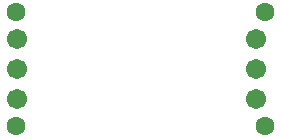
<source format=gbs>
G75*
%MOIN*%
%OFA0B0*%
%FSLAX25Y25*%
%IPPOS*%
%LPD*%
%AMOC8*
5,1,8,0,0,1.08239X$1,22.5*
%
%ADD10C,0.06737*%
%ADD11C,0.06312*%
D10*
X0015079Y0032118D03*
X0015079Y0042157D03*
X0015079Y0052197D03*
X0094646Y0052197D03*
X0094646Y0042157D03*
X0094646Y0032118D03*
D11*
X0014843Y0023181D03*
X0014843Y0061134D03*
X0097913Y0061134D03*
X0097913Y0023181D03*
M02*

</source>
